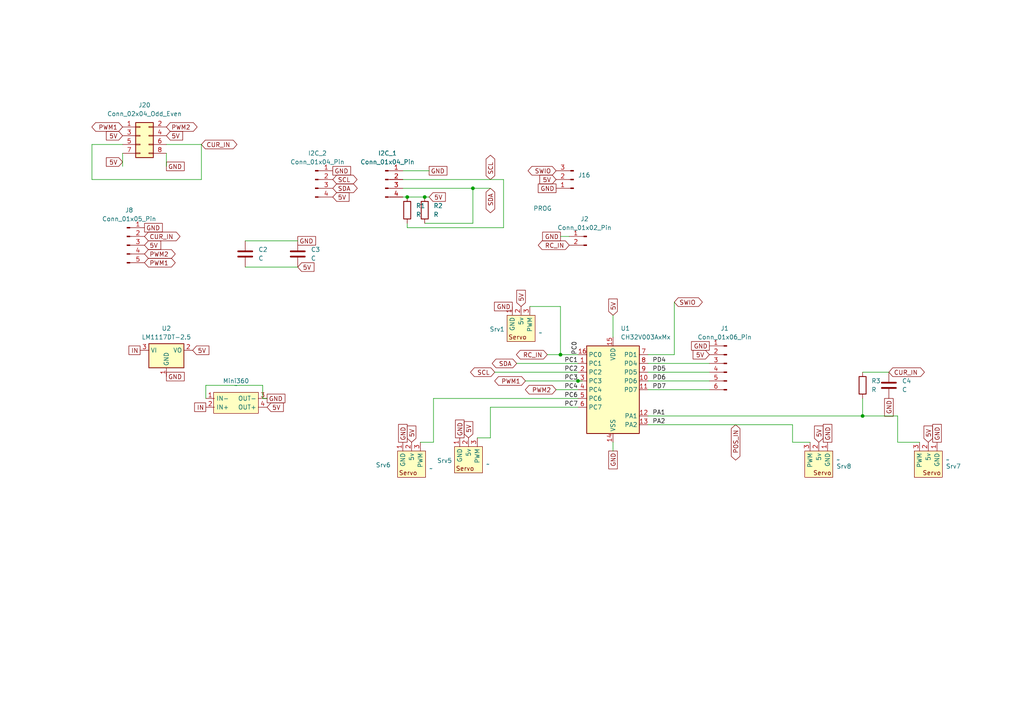
<source format=kicad_sch>
(kicad_sch (version 20231120) (generator "eeschema") (generator_version "8.0")
  (paper "A4")
  (title_block (title "ch32strip-b") (rev "03") (company "ADHDlab"))
  (lib_symbols
    (symbol "Connector:Conn_01x02_Pin" (pin_names (offset 1.016) hide)
      (property "Reference" "J" (at 0 2.54 0))
      (property "Value" "Conn_01x02_Pin" (at 0 -5.08 0))
      (symbol "Conn_01x02_Pin_1_1"
        (polyline (pts (xy 1.27 -2.54) (xy 0.8636 -2.54)) (stroke (width 0.1524)))
        (polyline (pts (xy 1.27 0) (xy 0.8636 0)) (stroke (width 0.1524)))
        (rectangle (start 0.8636 -2.413) (end 0 -2.667) (stroke (width 0.1524)) (fill (type outline)))
        (rectangle (start 0.8636 0.127) (end 0 -0.127) (stroke (width 0.1524)) (fill (type outline)))
        (pin passive line (at 5.08 0 180) (length 3.81) (name "Pin_1") (number "1"))
        (pin passive line (at 5.08 -2.54 180) (length 3.81) (name "Pin_2") (number "2"))
      )
    )
    (symbol "Connector:Conn_01x03_Pin" (pin_names (offset 1.016) hide)
      (property "Reference" "J" (at 0 5.08 0))
      (property "Value" "Conn_01x03_Pin" (at 0 -5.08 0))
      (symbol "Conn_01x03_Pin_1_1"
        (polyline (pts (xy 1.27 -2.54) (xy 0.8636 -2.54)) (stroke (width 0.1524)))
        (polyline (pts (xy 1.27 0) (xy 0.8636 0)) (stroke (width 0.1524)))
        (polyline (pts (xy 1.27 2.54) (xy 0.8636 2.54)) (stroke (width 0.1524)))
        (rectangle (start 0.8636 -2.413) (end 0 -2.667) (stroke (width 0.1524)) (fill (type outline)))
        (rectangle (start 0.8636 0.127) (end 0 -0.127) (stroke (width 0.1524)) (fill (type outline)))
        (rectangle (start 0.8636 2.667) (end 0 2.413) (stroke (width 0.1524)) (fill (type outline)))
        (pin passive line (at 5.08 2.54 180) (length 3.81) (name "Pin_1") (number "1"))
        (pin passive line (at 5.08 0 180) (length 3.81) (name "Pin_2") (number "2"))
        (pin passive line (at 5.08 -2.54 180) (length 3.81) (name "Pin_3") (number "3"))
      )
    )
    (symbol "Connector:Conn_01x04_Pin" (pin_names (offset 1.016) hide)
      (property "Reference" "J" (at 0 5.08 0))
      (property "Value" "Conn_01x04_Pin" (at 0 -7.62 0))
      (symbol "Conn_01x04_Pin_1_1"
        (polyline (pts (xy 1.27 -5.08) (xy 0.8636 -5.08)) (stroke (width 0.1524)))
        (polyline (pts (xy 1.27 -2.54) (xy 0.8636 -2.54)) (stroke (width 0.1524)))
        (polyline (pts (xy 1.27 0) (xy 0.8636 0)) (stroke (width 0.1524)))
        (polyline (pts (xy 1.27 2.54) (xy 0.8636 2.54)) (stroke (width 0.1524)))
        (rectangle (start 0.8636 -4.953) (end 0 -5.207) (stroke (width 0.1524)) (fill (type outline)))
        (rectangle (start 0.8636 -2.413) (end 0 -2.667) (stroke (width 0.1524)) (fill (type outline)))
        (rectangle (start 0.8636 0.127) (end 0 -0.127) (stroke (width 0.1524)) (fill (type outline)))
        (rectangle (start 0.8636 2.667) (end 0 2.413) (stroke (width 0.1524)) (fill (type outline)))
        (pin passive line (at 5.08 2.54 180) (length 3.81) (name "Pin_1") (number "1"))
        (pin passive line (at 5.08 0 180) (length 3.81) (name "Pin_2") (number "2"))
        (pin passive line (at 5.08 -2.54 180) (length 3.81) (name "Pin_3") (number "3"))
        (pin passive line (at 5.08 -5.08 180) (length 3.81) (name "Pin_4") (number "4"))
      )
    )
    (symbol "Connector:Conn_01x05_Pin" (pin_names (offset 1.016) hide)
      (property "Reference" "J" (at 0 7.62 0))
      (property "Value" "Conn_01x05_Pin" (at 0 -7.62 0))
      (symbol "Conn_01x05_Pin_1_1"
        (polyline (pts (xy 1.27 -5.08) (xy 0.8636 -5.08)) (stroke (width 0.1524)))
        (polyline (pts (xy 1.27 -2.54) (xy 0.8636 -2.54)) (stroke (width 0.1524)))
        (polyline (pts (xy 1.27 0) (xy 0.8636 0)) (stroke (width 0.1524)))
        (polyline (pts (xy 1.27 2.54) (xy 0.8636 2.54)) (stroke (width 0.1524)))
        (polyline (pts (xy 1.27 5.08) (xy 0.8636 5.08)) (stroke (width 0.1524)))
        (rectangle (start 0.8636 -4.953) (end 0 -5.207) (stroke (width 0.1524)) (fill (type outline)))
        (rectangle (start 0.8636 -2.413) (end 0 -2.667) (stroke (width 0.1524)) (fill (type outline)))
        (rectangle (start 0.8636 0.127) (end 0 -0.127) (stroke (width 0.1524)) (fill (type outline)))
        (rectangle (start 0.8636 2.667) (end 0 2.413) (stroke (width 0.1524)) (fill (type outline)))
        (rectangle (start 0.8636 5.207) (end 0 4.953) (stroke (width 0.1524)) (fill (type outline)))
        (pin passive line (at 5.08 5.08 180) (length 3.81) (name "Pin_1") (number "1"))
        (pin passive line (at 5.08 2.54 180) (length 3.81) (name "Pin_2") (number "2"))
        (pin passive line (at 5.08 0 180) (length 3.81) (name "Pin_3") (number "3"))
        (pin passive line (at 5.08 -2.54 180) (length 3.81) (name "Pin_4") (number "4"))
        (pin passive line (at 5.08 -5.08 180) (length 3.81) (name "Pin_5") (number "5"))
      )
    )
    (symbol "Connector:Conn_01x06_Pin" (pin_names (offset 1.016) hide)
      (property "Reference" "J" (at 0 7.62 0))
      (property "Value" "Conn_01x06_Pin" (at 0 -10.16 0))
      (symbol "Conn_01x06_Pin_1_1"
        (polyline (pts (xy 1.27 -7.62) (xy 0.8636 -7.62)) (stroke (width 0.1524)))
        (polyline (pts (xy 1.27 -5.08) (xy 0.8636 -5.08)) (stroke (width 0.1524)))
        (polyline (pts (xy 1.27 -2.54) (xy 0.8636 -2.54)) (stroke (width 0.1524)))
        (polyline (pts (xy 1.27 0) (xy 0.8636 0)) (stroke (width 0.1524)))
        (polyline (pts (xy 1.27 2.54) (xy 0.8636 2.54)) (stroke (width 0.1524)))
        (polyline (pts (xy 1.27 5.08) (xy 0.8636 5.08)) (stroke (width 0.1524)))
        (rectangle (start 0.8636 -7.493) (end 0 -7.747) (stroke (width 0.1524)) (fill (type outline)))
        (rectangle (start 0.8636 -4.953) (end 0 -5.207) (stroke (width 0.1524)) (fill (type outline)))
        (rectangle (start 0.8636 -2.413) (end 0 -2.667) (stroke (width 0.1524)) (fill (type outline)))
        (rectangle (start 0.8636 0.127) (end 0 -0.127) (stroke (width 0.1524)) (fill (type outline)))
        (rectangle (start 0.8636 2.667) (end 0 2.413) (stroke (width 0.1524)) (fill (type outline)))
        (rectangle (start 0.8636 5.207) (end 0 4.953) (stroke (width 0.1524)) (fill (type outline)))
        (pin passive line (at 5.08 5.08 180) (length 3.81) (name "Pin_1") (number "1"))
        (pin passive line (at 5.08 2.54 180) (length 3.81) (name "Pin_2") (number "2"))
        (pin passive line (at 5.08 0 180) (length 3.81) (name "Pin_3") (number "3"))
        (pin passive line (at 5.08 -2.54 180) (length 3.81) (name "Pin_4") (number "4"))
        (pin passive line (at 5.08 -5.08 180) (length 3.81) (name "Pin_5") (number "5"))
        (pin passive line (at 5.08 -7.62 180) (length 3.81) (name "Pin_6") (number "6"))
      )
    )
    (symbol "Connector_Generic:Conn_02x04_Odd_Even" (pin_names (offset 1.016) hide)
      (property "Reference" "J" (at 1.27 5.08 0))
      (property "Value" "Conn_02x04_Odd_Even" (at 1.27 -7.62 0))
      (symbol "Conn_02x04_Odd_Even_1_1"
        (rectangle (start -1.27 -4.953) (end 0 -5.207) (stroke (width 0.1524)))
        (rectangle (start -1.27 -2.413) (end 0 -2.667) (stroke (width 0.1524)))
        (rectangle (start -1.27 0.127) (end 0 -0.127) (stroke (width 0.1524)))
        (rectangle (start -1.27 2.667) (end 0 2.413) (stroke (width 0.1524)))
        (rectangle (start -1.27 3.81) (end 3.81 -6.35) (stroke (width 0.254)) (fill (type background)))
        (rectangle (start 3.81 -4.953) (end 2.54 -5.207) (stroke (width 0.1524)))
        (rectangle (start 3.81 -2.413) (end 2.54 -2.667) (stroke (width 0.1524)))
        (rectangle (start 3.81 0.127) (end 2.54 -0.127) (stroke (width 0.1524)))
        (rectangle (start 3.81 2.667) (end 2.54 2.413) (stroke (width 0.1524)))
        (pin passive line (at -5.08 2.54 0) (length 3.81) (name "Pin_1") (number "1"))
        (pin passive line (at 7.62 2.54 180) (length 3.81) (name "Pin_2") (number "2"))
        (pin passive line (at -5.08 0 0) (length 3.81) (name "Pin_3") (number "3"))
        (pin passive line (at 7.62 0 180) (length 3.81) (name "Pin_4") (number "4"))
        (pin passive line (at -5.08 -2.54 0) (length 3.81) (name "Pin_5") (number "5"))
        (pin passive line (at 7.62 -2.54 180) (length 3.81) (name "Pin_6") (number "6"))
        (pin passive line (at -5.08 -5.08 0) (length 3.81) (name "Pin_7") (number "7"))
        (pin passive line (at 7.62 -5.08 180) (length 3.81) (name "Pin_8") (number "8"))
      )
    )
    (symbol "Device:C" (pin_numbers hide) (pin_names (offset 0.254))
      (property "Reference" "C" (at 0.635 2.54 0))
      (property "Value" "C" (at 0.635 -2.54 0))
      (symbol "C_0_1"
        (polyline (pts (xy -2.032 -0.762) (xy 2.032 -0.762)) (stroke (width 0.508)))
        (polyline (pts (xy -2.032 0.762) (xy 2.032 0.762)) (stroke (width 0.508)))
      )
      (symbol "C_1_1"
        (pin passive line (at 0 3.81 270) (length 2.794) (name "~") (number "1"))
        (pin passive line (at 0 -3.81 90) (length 2.794) (name "~") (number "2"))
      )
    )
    (symbol "Device:R" (pin_numbers hide) (pin_names (offset 0))
      (property "Reference" "R" (at 2.032 0 90))
      (property "Value" "R" (at 0 0 90))
      (symbol "R_0_1"
        (rectangle (start -1.016 -2.54) (end 1.016 2.54) (stroke (width 0.254)))
      )
      (symbol "R_1_1"
        (pin passive line (at 0 3.81 270) (length 1.27) (name "~") (number "1"))
        (pin passive line (at 0 -3.81 90) (length 1.27) (name "~") (number "2"))
      )
    )
    (symbol "MCU_WCH_CH32V0:CH32V003AxMx"
      (property "Reference" "U" (at -7.62 15.24 0))
      (property "Value" "CH32V003AxMx" (at 7.62 15.24 0))
      (symbol "CH32V003AxMx_1_1"
        (rectangle (start -7.62 12.7) (end 7.62 -12.7) (stroke (width 0.254)) (fill (type background)))
        (pin bidirectional line (at -10.16 7.62 0) (length 2.54) (name "PC1") (number "1"))
        (pin bidirectional line (at 10.16 2.54 180) (length 2.54) (name "PD6") (number "10"))
        (pin bidirectional line (at 10.16 0 180) (length 2.54) (name "PD7") (number "11"))
        (pin bidirectional line (at 10.16 -7.62 180) (length 2.54) (name "PA1") (number "12"))
        (pin bidirectional line (at 10.16 -10.16 180) (length 2.54) (name "PA2") (number "13"))
        (pin power_in line (at 0 -15.24 90) (length 2.54) (name "VSS") (number "14"))
        (pin power_in line (at 0 15.24 270) (length 2.54) (name "VDD") (number "15"))
        (pin bidirectional line (at -10.16 10.16 0) (length 2.54) (name "PC0") (number "16"))
        (pin bidirectional line (at -10.16 5.08 0) (length 2.54) (name "PC2") (number "2"))
        (pin bidirectional line (at -10.16 2.54 0) (length 2.54) (name "PC3") (number "3"))
        (pin bidirectional line (at -10.16 0 0) (length 2.54) (name "PC4") (number "4"))
        (pin bidirectional line (at -10.16 -2.54 0) (length 2.54) (name "PC6") (number "5"))
        (pin bidirectional line (at -10.16 -5.08 0) (length 2.54) (name "PC7") (number "6"))
        (pin bidirectional line (at 10.16 10.16 180) (length 2.54) (name "PD1") (number "7"))
        (pin bidirectional line (at 10.16 7.62 180) (length 2.54) (name "PD4") (number "8"))
        (pin bidirectional line (at 10.16 5.08 180) (length 2.54) (name "PD5") (number "9"))
      )
    )
    (symbol "Regulator_Linear:LM1117DT-2.5"
      (property "Reference" "U" (at -3.81 3.175 0))
      (property "Value" "LM1117DT-2.5" (at 0 3.175 0))
      (symbol "LM1117DT-2.5_0_1"
        (rectangle (start -5.08 -5.08) (end 5.08 1.905) (stroke (width 0.254)) (fill (type background)))
      )
      (symbol "LM1117DT-2.5_1_1"
        (pin power_in line (at 0 -7.62 90) (length 2.54) (name "GND") (number "1"))
        (pin power_out line (at 7.62 0 180) (length 2.54) (name "VO") (number "2"))
        (pin power_in line (at -7.62 0 0) (length 2.54) (name "VI") (number "3"))
      )
    )
    (symbol "kit:Servo_socket"
      (property "Reference" "Srv" (at 0 4.318 0))
      (symbol "Servo_socket_1_1"
        (rectangle (start 0 2.794) (end 7.62 -5.334) (fill (type background)))
        (text "Servo" (at 6.35 -2.286 900) (effects (font (size 1.27 1.27))))
        (pin passive line (at -2.54 -3.81 0) (length 2.54) (name "GND") (number "1"))
        (pin passive line (at -2.54 -1.27 0) (length 2.54) (name "5v") (number "2"))
        (pin passive line (at -2.54 1.27 0) (length 2.54) (name "PWM") (number "3"))
      )
    )
    (symbol "kit:mini360_dcdc"
      (property "Reference" "Mini360_DC/DC" (at 0 5.588 0))
      (symbol "mini360_dcdc_1_1"
        (rectangle (start -6.604 3.048) (end 6.35 -3.048) (fill (type background)))
        (pin input line (at -8.89 1.27 0) (length 2.54) (name "IN-") (number "1"))
        (pin input line (at -8.89 -1.27 0) (length 2.54) (name "IN+") (number "2"))
        (pin output line (at 8.89 1.27 180) (length 2.54) (name "OUT-") (number "3"))
        (pin output line (at 8.89 -1.27 180) (length 2.54) (name "OUT+") (number "4"))
      )
    )
  )
  (junction (at 162.56 102.87))
  (junction (at 123.19 57.15))
  (junction (at 167.64 110.49))
  (junction (at 250.19 120.65))
  (junction (at 137.16 54.61))
  (junction (at 118.11 57.15))
  (wire (pts (xy 158.75 102.87) (xy 162.56 102.87)))
  (wire (pts (xy 59.69 111.76) (xy 76.2 111.76)))
  (wire (pts (xy 229.87 128.27) (xy 229.87 123.19)))
  (wire (pts (xy 162.56 88.9) (xy 162.56 102.87)))
  (wire (pts (xy 149.86 105.41) (xy 167.64 105.41)))
  (wire (pts (xy 187.96 113.03) (xy 205.74 113.03)))
  (wire (pts (xy 123.19 64.77) (xy 137.16 64.77)))
  (wire (pts (xy 76.2 115.57) (xy 77.47 115.57)))
  (wire (pts (xy 76.2 111.76) (xy 76.2 115.57)))
  (wire (pts (xy 26.67 41.91) (xy 26.67 52.07)))
  (wire (pts (xy 162.56 68.58) (xy 165.1 68.58)))
  (wire (pts (xy 250.19 107.95) (xy 257.81 107.95)))
  (wire (pts (xy 118.11 66.04) (xy 146.05 66.04)))
  (wire (pts (xy 153.67 88.9) (xy 162.56 88.9)))
  (wire (pts (xy 162.56 102.87) (xy 167.64 102.87)))
  (wire (pts (xy 229.87 123.19) (xy 187.96 123.19)))
  (wire (pts (xy 125.73 128.27) (xy 125.73 115.57)))
  (wire (pts (xy 250.19 115.57) (xy 250.19 120.65)))
  (wire (pts (xy 48.26 48.26) (xy 48.26 44.45)))
  (wire (pts (xy 229.87 128.27) (xy 234.95 128.27)))
  (wire (pts (xy 195.58 87.63) (xy 195.58 102.87)))
  (wire (pts (xy 177.8 91.44) (xy 177.8 97.79)))
  (wire (pts (xy 195.58 102.87) (xy 187.96 102.87)))
  (wire (pts (xy 187.96 105.41) (xy 205.74 105.41)))
  (wire (pts (xy 143.51 107.95) (xy 167.64 107.95)))
  (wire (pts (xy 59.69 115.57) (xy 59.69 111.76)))
  (wire (pts (xy 116.84 57.15) (xy 118.11 57.15)))
  (wire (pts (xy 167.64 110.49) (xy 168.91 110.49)))
  (wire (pts (xy 146.05 66.04) (xy 146.05 52.07)))
  (wire (pts (xy 58.42 41.91) (xy 58.42 52.07)))
  (wire (pts (xy 260.35 128.27) (xy 266.7 128.27)))
  (wire (pts (xy 161.29 113.03) (xy 167.64 113.03)))
  (wire (pts (xy 125.73 115.57) (xy 167.64 115.57)))
  (wire (pts (xy 187.96 110.49) (xy 205.74 110.49)))
  (wire (pts (xy 118.11 57.15) (xy 123.19 57.15)))
  (wire (pts (xy 137.16 64.77) (xy 137.16 54.61)))
  (wire (pts (xy 123.19 57.15) (xy 124.46 57.15)))
  (wire (pts (xy 187.96 107.95) (xy 205.74 107.95)))
  (wire (pts (xy 260.35 120.65) (xy 250.19 120.65)))
  (wire (pts (xy 35.56 41.91) (xy 26.67 41.91)))
  (wire (pts (xy 71.12 69.85) (xy 86.36 69.85)))
  (wire (pts (xy 177.8 128.27) (xy 177.8 130.81)))
  (wire (pts (xy 118.11 64.77) (xy 118.11 66.04)))
  (wire (pts (xy 260.35 128.27) (xy 260.35 120.65)))
  (wire (pts (xy 26.67 52.07) (xy 58.42 52.07)))
  (wire (pts (xy 137.16 54.61) (xy 142.24 54.61)))
  (wire (pts (xy 35.56 44.45) (xy 35.56 48.26)))
  (wire (pts (xy 121.92 128.27) (xy 125.73 128.27)))
  (wire (pts (xy 142.24 118.11) (xy 167.64 118.11)))
  (wire (pts (xy 152.4 110.49) (xy 167.64 110.49)))
  (wire (pts (xy 116.84 49.53) (xy 124.46 49.53)))
  (wire (pts (xy 250.19 120.65) (xy 187.96 120.65)))
  (wire (pts (xy 116.84 52.07) (xy 146.05 52.07)))
  (wire (pts (xy 71.12 77.47) (xy 86.36 77.47)))
  (wire (pts (xy 142.24 127) (xy 142.24 118.11)))
  (wire (pts (xy 116.84 54.61) (xy 137.16 54.61)))
  (wire (pts (xy 142.24 127) (xy 138.43 127)))
  (wire (pts (xy 48.26 41.91) (xy 58.42 41.91)))
  (label "PC6" (at 167.64 115.57 180))
  (label "PA1" (at 189.23 120.65 0))
  (label "PD5" (at 189.23 107.95 0))
  (label "PC7" (at 167.64 118.11 180))
  (label "PD7" (at 189.23 113.03 0))
  (label "PC2" (at 167.64 107.95 180))
  (label "PC0" (at 167.64 102.87 90))
  (label "PC4" (at 167.64 113.03 180))
  (label "PC1" (at 167.64 105.41 180))
  (label "PA2" (at 189.23 123.19 0))
  (label "PC3" (at 167.64 110.49 180))
  (label "PD4" (at 189.23 105.41 0))
  (label "PD6" (at 189.23 110.49 0))
  (global_label "IN" (shape passive) (at 59.69 118.11 180) (property "Intersheetrefs" "${INTERSHEET_REFS}" (effects (hide yes))))
  (global_label "5V" (shape input) (at 237.49 128.27 90) (property "Intersheetrefs" "${INTERSHEET_REFS}" (effects (hide yes))))
  (global_label "5V" (shape input) (at 124.46 57.15 0) (property "Intersheetrefs" "${INTERSHEET_REFS}" (effects (hide yes))))
  (global_label "SCL" (shape bidirectional) (at 143.51 107.95 180) (property "Intersheetrefs" "${INTERSHEET_REFS}" (effects (hide yes))))
  (global_label "PWM2" (shape bidirectional) (at 41.91 73.66 0) (property "Intersheetrefs" "${INTERSHEET_REFS}" (effects (hide yes))))
  (global_label "GND" (shape passive) (at 41.91 66.04 0) (property "Intersheetrefs" "${INTERSHEET_REFS}" (effects (hide yes))))
  (global_label "5V" (shape input) (at 55.88 101.6 0) (property "Intersheetrefs" "${INTERSHEET_REFS}" (effects (hide yes))))
  (global_label "5V" (shape input) (at 77.47 118.11 0) (property "Intersheetrefs" "${INTERSHEET_REFS}" (effects (hide yes))))
  (global_label "5V" (shape input) (at 86.36 77.47 0) (property "Intersheetrefs" "${INTERSHEET_REFS}" (effects (hide yes))))
  (global_label "GND" (shape passive) (at 161.29 54.61 180) (property "Intersheetrefs" "${INTERSHEET_REFS}" (effects (hide yes))))
  (global_label "PWM2" (shape bidirectional) (at 161.29 113.03 180) (property "Intersheetrefs" "${INTERSHEET_REFS}" (effects (hide yes))))
  (global_label "5V" (shape input) (at 269.24 128.27 90) (property "Intersheetrefs" "${INTERSHEET_REFS}" (effects (hide yes))))
  (global_label "PWM2" (shape bidirectional) (at 48.26 36.83 0) (property "Intersheetrefs" "${INTERSHEET_REFS}" (effects (hide yes))))
  (global_label "5V" (shape input) (at 161.29 52.07 180) (property "Intersheetrefs" "${INTERSHEET_REFS}" (effects (hide yes))))
  (global_label "GND" (shape passive) (at 77.47 115.57 0) (property "Intersheetrefs" "${INTERSHEET_REFS}" (effects (hide yes))))
  (global_label "5V" (shape input) (at 41.91 71.12 0) (property "Intersheetrefs" "${INTERSHEET_REFS}" (effects (hide yes))))
  (global_label "PWM1" (shape bidirectional) (at 35.56 36.83 180) (property "Intersheetrefs" "${INTERSHEET_REFS}" (effects (hide yes))))
  (global_label "GND" (shape passive) (at 177.8 130.81 270) (property "Intersheetrefs" "${INTERSHEET_REFS}" (effects (hide yes))))
  (global_label "SWIO" (shape bidirectional) (at 161.29 49.53 180) (property "Intersheetrefs" "${INTERSHEET_REFS}" (effects (hide yes))))
  (global_label "RC_IN" (shape bidirectional) (at 158.75 102.87 180) (property "Intersheetrefs" "${INTERSHEET_REFS}" (effects (hide yes))))
  (global_label "GND" (shape passive) (at 257.81 115.57 270) (property "Intersheetrefs" "${INTERSHEET_REFS}" (effects (hide yes))))
  (global_label "SCL" (shape bidirectional) (at 142.24 52.07 90) (property "Intersheetrefs" "${INTERSHEET_REFS}" (effects (hide yes))))
  (global_label "5V" (shape input) (at 119.38 128.27 90) (property "Intersheetrefs" "${INTERSHEET_REFS}" (effects (hide yes))))
  (global_label "GND" (shape passive) (at 162.56 68.58 180) (property "Intersheetrefs" "${INTERSHEET_REFS}" (effects (hide yes))))
  (global_label "SCL" (shape bidirectional) (at 96.52 52.07 0) (property "Intersheetrefs" "${INTERSHEET_REFS}" (effects (hide yes))))
  (global_label "GND" (shape passive) (at 86.36 69.85 0) (property "Intersheetrefs" "${INTERSHEET_REFS}" (effects (hide yes))))
  (global_label "GND" (shape passive) (at 96.52 49.53 0) (property "Intersheetrefs" "${INTERSHEET_REFS}" (effects (hide yes))))
  (global_label "GND" (shape passive) (at 48.26 48.26 0) (property "Intersheetrefs" "${INTERSHEET_REFS}" (effects (hide yes))))
  (global_label "SDA" (shape bidirectional) (at 142.24 54.61 270) (property "Intersheetrefs" "${INTERSHEET_REFS}" (effects (hide yes))))
  (global_label "5V" (shape input) (at 135.89 127 90) (property "Intersheetrefs" "${INTERSHEET_REFS}" (effects (hide yes))))
  (global_label "GND" (shape passive) (at 48.26 109.22 0) (property "Intersheetrefs" "${INTERSHEET_REFS}" (effects (hide yes))))
  (global_label "POS_IN" (shape bidirectional) (at 213.36 123.19 270) (property "Intersheetrefs" "${INTERSHEET_REFS}" (effects (hide yes))))
  (global_label "5V" (shape input) (at 151.13 88.9 90) (property "Intersheetrefs" "${INTERSHEET_REFS}" (effects (hide yes))))
  (global_label "5V" (shape input) (at 96.52 57.15 0) (property "Intersheetrefs" "${INTERSHEET_REFS}" (effects (hide yes))))
  (global_label "GND" (shape passive) (at 271.78 128.27 90) (property "Intersheetrefs" "${INTERSHEET_REFS}" (effects (hide yes))))
  (global_label "IN" (shape passive) (at 40.64 101.6 180) (property "Intersheetrefs" "${INTERSHEET_REFS}" (effects (hide yes))))
  (global_label "GND" (shape passive) (at 148.59 88.9 180) (property "Intersheetrefs" "${INTERSHEET_REFS}" (effects (hide yes))))
  (global_label "5V" (shape input) (at 35.56 39.37 180) (property "Intersheetrefs" "${INTERSHEET_REFS}" (effects (hide yes))))
  (global_label "PWM1" (shape bidirectional) (at 152.4 110.49 180) (property "Intersheetrefs" "${INTERSHEET_REFS}" (effects (hide yes))))
  (global_label "GND" (shape passive) (at 133.35 127 90) (property "Intersheetrefs" "${INTERSHEET_REFS}" (effects (hide yes))))
  (global_label "GND" (shape passive) (at 124.46 49.53 0) (property "Intersheetrefs" "${INTERSHEET_REFS}" (effects (hide yes))))
  (global_label "SDA" (shape bidirectional) (at 149.86 105.41 180) (property "Intersheetrefs" "${INTERSHEET_REFS}" (effects (hide yes))))
  (global_label "GND" (shape passive) (at 240.03 128.27 90) (property "Intersheetrefs" "${INTERSHEET_REFS}" (effects (hide yes))))
  (global_label "GND" (shape passive) (at 205.74 100.33 180) (property "Intersheetrefs" "${INTERSHEET_REFS}" (effects (hide yes))))
  (global_label "5V" (shape input) (at 48.26 39.37 0) (property "Intersheetrefs" "${INTERSHEET_REFS}" (effects (hide yes))))
  (global_label "RC_IN" (shape bidirectional) (at 165.1 71.12 180) (property "Intersheetrefs" "${INTERSHEET_REFS}" (effects (hide yes))))
  (global_label "SWIO" (shape bidirectional) (at 195.58 87.63 0) (property "Intersheetrefs" "${INTERSHEET_REFS}" (effects (hide yes))))
  (global_label "5V" (shape input) (at 35.56 46.99 180) (property "Intersheetrefs" "${INTERSHEET_REFS}" (effects (hide yes))))
  (global_label "5V" (shape input) (at 205.74 102.87 180) (property "Intersheetrefs" "${INTERSHEET_REFS}" (effects (hide yes))))
  (global_label "CUR_IN" (shape bidirectional) (at 257.81 107.95 0) (property "Intersheetrefs" "${INTERSHEET_REFS}" (effects (hide yes))))
  (global_label "5V" (shape input) (at 177.8 91.44 90) (property "Intersheetrefs" "${INTERSHEET_REFS}" (effects (hide yes))))
  (global_label "SDA" (shape bidirectional) (at 96.52 54.61 0) (property "Intersheetrefs" "${INTERSHEET_REFS}" (effects (hide yes))))
  (global_label "PWM1" (shape bidirectional) (at 41.91 76.2 0) (property "Intersheetrefs" "${INTERSHEET_REFS}" (effects (hide yes))))
  (global_label "GND" (shape passive) (at 116.84 128.27 90) (property "Intersheetrefs" "${INTERSHEET_REFS}" (effects (hide yes))))
  (global_label "CUR_IN" (shape bidirectional) (at 41.91 68.58 0) (property "Intersheetrefs" "${INTERSHEET_REFS}" (effects (hide yes))))
  (global_label "CUR_IN" (shape bidirectional) (at 58.42 41.91 0) (property "Intersheetrefs" "${INTERSHEET_REFS}" (effects (hide yes))))
  (symbol (lib_id "MCU_WCH_CH32V0:CH32V003AxMx") (at 177.8 113.03 0) (unit 1)
    (property "Reference" "U1" (at 179.9941 95.25 0) (effects (justify left)))
    (property "Value" "CH32V003AxMx" (at 179.9941 97.79 0) (effects (justify left)))
    (property "Footprint" "Package_SO:SOP-16_3.9x9.9mm_P1.27mm" (effects (hide yes)))
    (property "Datasheet" "https://www.wch-ic.com/products/CH32V003.html" (effects (hide yes)))
    (property "Description" "CH32V003 series are industrial-grade general-purpose microcontrollers designed based on 32-bit RISC-V instruction set and architecture. It adopts QingKe V2A core, RV32EC instruction set, and supports 2 levels of interrupt nesting. The series are mounted with rich peripheral interfaces and function modules. Its internal organizational structure meets the low-cost and low-power embedded application scenarios." (effects (hide yes)))
  )
  (symbol (lib_id "Device:C") (at 71.12 73.66 0) (unit 1)
    (property "Reference" "C2" (at 74.93 72.3899 0) (effects (justify left)))
    (property "Value" "C" (at 74.93 74.9299 0) (effects (justify left)))
    (property "Footprint" "Resistor_THT:R_Axial_DIN0204_L3.6mm_D1.6mm_P5.08mm_Horizontal" (effects (hide yes)))
    (property "Description" "Unpolarized capacitor" (effects (hide yes)))
  )
  (symbol (lib_id "kit:Servo_socket") (at 120.65 130.81 270) (unit 1)
    (property "Reference" "Srv6" (at 108.966 134.874 90) (effects (justify left)))
    (property "Value" "~" (at 124.46 135.89 90) (effects (justify left)))
    (property "Footprint" "Stripe-ch32:Servo_pads" (effects (hide yes)))
  )
  (symbol (lib_id "Connector:Conn_01x03_Pin") (at 166.37 52.07 180) (unit 1)
    (property "Reference" "J16" (at 167.64 50.7999 0) (effects (justify right)))
    (property "Value" "PROG" (at 154.686 60.452 0) (effects (justify right)))
    (property "Footprint" "Stripe-ch32:Servo_pads" (effects (hide yes)))
    (property "Description" "Generic connector, single row, 01x03, script generated" (effects (hide yes)))
  )
  (symbol (lib_id "kit:mini360_dcdc") (at 68.58 116.84 0) (unit 1)
    (property "Reference" "Mini360" (at 68.453 110.49 0))
    (property "Value" "~" (at 68.453 111.76 0))
    (property "Footprint" "Mini360_step-down:Mini360_step-down" (effects (hide yes)))
  )
  (symbol (lib_id "Regulator_Linear:LM1117DT-2.5") (at 48.26 101.6 0) (unit 1)
    (property "Reference" "U2" (at 48.26 95.25 0))
    (property "Value" "LM1117DT-2.5" (at 48.26 97.79 0))
    (property "Footprint" "Package_TO_SOT_SMD:TO-252-3_TabPin2" (effects (hide yes)))
    (property "Datasheet" "http://www.ti.com/lit/ds/symlink/lm1117.pdf" (effects (hide yes)))
    (property "Description" "800mA Low-Dropout Linear Regulator, 2.5V fixed output, TO-252" (effects (hide yes)))
  )
  (symbol (lib_id "Connector_Generic:Conn_02x04_Odd_Even") (at 40.64 39.37 0) (unit 1)
    (property "Reference" "J20" (at 41.91 30.48 0))
    (property "Value" "Conn_02x04_Odd_Even" (at 41.91 33.02 0))
    (property "Footprint" "Connector_PinHeader_2.54mm:PinHeader_2x04_P2.54mm_Vertical" (effects (hide yes)))
    (property "Description" "Generic connector, double row, 02x04, odd/even pin numbering scheme (row 1 odd numbers, row 2 even numbers), script generated (kicad-library-utils/schlib/autogen/connector/)" (effects (hide yes)))
  )
  (symbol (lib_id "Connector:Conn_01x04_Pin") (at 111.76 52.07 0) (unit 1)
    (property "Reference" "I2C_1" (at 112.395 44.45 0))
    (property "Value" "Conn_01x04_Pin" (at 112.395 46.99 0))
    (property "Footprint" "Connector_JST:JST_XH_B4B-XH-A_1x04_P2.50mm_Vertical" (effects (hide yes)))
    (property "Description" "Generic connector, single row, 01x04, script generated" (effects (hide yes)))
  )
  (symbol (lib_id "Connector:Conn_01x06_Pin") (at 210.82 105.41 0) (mirror y) (unit 1)
    (property "Reference" "J1" (at 210.185 95.25 0))
    (property "Value" "Conn_01x06_Pin" (at 210.185 97.79 0))
    (property "Footprint" "Connector_JST:JST_XH_B6B-XH-A_1x06_P2.50mm_Vertical" (effects (hide yes)))
    (property "Description" "Generic connector, single row, 01x06, script generated" (effects (hide yes)))
  )
  (symbol (lib_id "Connector:Conn_01x05_Pin") (at 36.83 71.12 0) (unit 1)
    (property "Reference" "J8" (at 37.465 60.96 0))
    (property "Value" "Conn_01x05_Pin" (at 37.465 63.5 0))
    (property "Footprint" "Connector_JST:JST_XH_B5B-XH-A_1x05_P2.50mm_Vertical" (effects (hide yes)))
    (property "Description" "Generic connector, single row, 01x05, script generated" (effects (hide yes)))
  )
  (symbol (lib_id "Device:C") (at 257.81 111.76 0) (unit 1)
    (property "Reference" "C4" (at 261.62 110.4899 0) (effects (justify left)))
    (property "Value" "C" (at 261.62 113.0299 0) (effects (justify left)))
    (property "Footprint" "Capacitor_THT:C_Disc_D4.7mm_W2.5mm_P5.00mm" (effects (hide yes)))
    (property "Description" "Unpolarized capacitor" (effects (hide yes)))
  )
  (symbol (lib_id "kit:Servo_socket") (at 267.97 130.81 90) (mirror x) (unit 1)
    (property "Reference" "Srv7" (at 274.32 135.2551 90) (effects (justify right)))
    (property "Value" "~" (at 274.32 133.35 90) (effects (justify right)))
    (property "Footprint" "Stripe-ch32:Servo_pads" (effects (hide yes)))
  )
  (symbol (lib_id "Device:R") (at 118.11 60.96 0) (unit 1)
    (property "Reference" "R1" (at 120.65 59.6899 0) (effects (justify left)))
    (property "Value" "R" (at 120.65 62.2299 0) (effects (justify left)))
    (property "Footprint" "Resistor_THT:R_Axial_DIN0204_L3.6mm_D1.6mm_P5.08mm_Horizontal" (effects (hide yes)))
    (property "Description" "Resistor" (effects (hide yes)))
  )
  (symbol (lib_id "Device:C") (at 86.36 73.66 0) (unit 1)
    (property "Reference" "C3" (at 90.17 72.3899 0) (effects (justify left)))
    (property "Value" "C" (at 90.17 74.9299 0) (effects (justify left)))
    (property "Footprint" "Resistor_THT:R_Axial_DIN0204_L3.6mm_D1.6mm_P5.08mm_Horizontal" (effects (hide yes)))
    (property "Description" "Unpolarized capacitor" (effects (hide yes)))
  )
  (symbol (lib_id "Device:R") (at 250.19 111.76 0) (unit 1)
    (property "Reference" "R3" (at 252.73 110.4899 0) (effects (justify left)))
    (property "Value" "R" (at 252.73 113.0299 0) (effects (justify left)))
    (property "Footprint" "Capacitor_THT:C_Disc_D4.7mm_W2.5mm_P5.00mm" (effects (hide yes)))
    (property "Description" "Resistor" (effects (hide yes)))
  )
  (symbol (lib_id "kit:Servo_socket") (at 152.4 91.44 270) (unit 1)
    (property "Reference" "Srv1" (at 141.986 95.504 90) (effects (justify left)))
    (property "Value" "~" (at 156.21 96.52 90) (effects (justify left)))
    (property "Footprint" "Stripe-ch32:Servo_pads" (effects (hide yes)))
  )
  (symbol (lib_id "Device:R") (at 123.19 60.96 0) (unit 1)
    (property "Reference" "R2" (at 125.73 59.6899 0) (effects (justify left)))
    (property "Value" "R" (at 125.73 62.2299 0) (effects (justify left)))
    (property "Footprint" "Resistor_THT:R_Axial_DIN0204_L3.6mm_D1.6mm_P5.08mm_Horizontal" (effects (hide yes)))
    (property "Description" "Resistor" (effects (hide yes)))
  )
  (symbol (lib_id "kit:Servo_socket") (at 236.22 130.81 90) (mirror x) (unit 1)
    (property "Reference" "Srv8" (at 242.57 135.2551 90) (effects (justify right)))
    (property "Value" "~" (at 242.57 133.35 90) (effects (justify right)))
    (property "Footprint" "Connector_JST:JST_XH_B3B-XH-A_1x03_P2.50mm_Vertical" (effects (hide yes)))
  )
  (symbol (lib_id "kit:Servo_socket") (at 137.16 129.54 270) (unit 1)
    (property "Reference" "Srv5" (at 126.746 133.604 90) (effects (justify left)))
    (property "Value" "~" (at 140.97 134.62 90) (effects (justify left)))
    (property "Footprint" "Stripe-ch32:Servo_pads" (effects (hide yes)))
  )
  (symbol (lib_id "Connector:Conn_01x04_Pin") (at 91.44 52.07 0) (unit 1)
    (property "Reference" "I2C_2" (at 92.075 44.45 0))
    (property "Value" "Conn_01x04_Pin" (at 92.075 46.99 0))
    (property "Footprint" "Connector_JST:JST_XH_B4B-XH-A_1x04_P2.50mm_Vertical" (effects (hide yes)))
    (property "Description" "Generic connector, single row, 01x04, script generated" (effects (hide yes)))
  )
  (symbol (lib_id "Connector:Conn_01x02_Pin") (at 170.18 68.58 0) (mirror y) (unit 1)
    (property "Reference" "J2" (at 169.545 63.5 0))
    (property "Value" "Conn_01x02_Pin" (at 169.545 66.04 0))
    (property "Footprint" "Connector_JST:JST_XH_B2B-XH-A_1x02_P2.50mm_Vertical" (effects (hide yes)))
    (property "Description" "Generic connector, single row, 01x02, script generated" (effects (hide yes)))
  )
)
</source>
